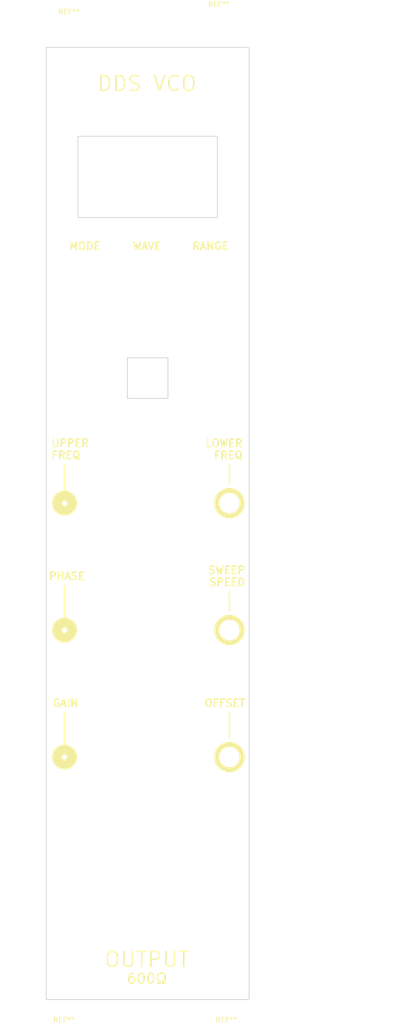
<source format=kicad_pcb>
(kicad_pcb (version 20171130) (host pcbnew "(5.0.0)")

  (general
    (thickness 1.6)
    (drawings 48)
    (tracks 0)
    (zones 0)
    (modules 15)
    (nets 1)
  )

  (page A4 portrait)
  (layers
    (0 F.Cu signal)
    (31 B.Cu power)
    (32 B.Adhes user)
    (33 F.Adhes user)
    (34 B.Paste user)
    (35 F.Paste user)
    (36 B.SilkS user)
    (37 F.SilkS user)
    (38 B.Mask user)
    (39 F.Mask user)
    (40 Dwgs.User user)
    (41 Cmts.User user)
    (42 Eco1.User user)
    (43 Eco2.User user)
    (44 Edge.Cuts user)
    (45 Margin user)
    (46 B.CrtYd user)
    (47 F.CrtYd user)
    (48 B.Fab user)
    (49 F.Fab user)
  )

  (setup
    (last_trace_width 0.25)
    (user_trace_width 0.25)
    (user_trace_width 0.5)
    (user_trace_width 0.75)
    (user_trace_width 1)
    (trace_clearance 0.2)
    (zone_clearance 0.508)
    (zone_45_only no)
    (trace_min 0.2)
    (segment_width 0.15)
    (edge_width 0.15)
    (via_size 0.8)
    (via_drill 0.4)
    (via_min_size 0.4)
    (via_min_drill 0.3)
    (uvia_size 0.3)
    (uvia_drill 0.1)
    (uvias_allowed no)
    (uvia_min_size 0.2)
    (uvia_min_drill 0.1)
    (pcb_text_width 0.3)
    (pcb_text_size 1.5 1.5)
    (mod_edge_width 0.15)
    (mod_text_size 0.5 0.5)
    (mod_text_width 0.05)
    (pad_size 10 10)
    (pad_drill 10)
    (pad_to_mask_clearance 0.2)
    (aux_axis_origin 0 0)
    (visible_elements 7FFFFFFF)
    (pcbplotparams
      (layerselection 0x010a0_7ffffffe)
      (usegerberextensions false)
      (usegerberattributes false)
      (usegerberadvancedattributes false)
      (creategerberjobfile false)
      (excludeedgelayer true)
      (linewidth 0.100000)
      (plotframeref false)
      (viasonmask false)
      (mode 1)
      (useauxorigin false)
      (hpglpennumber 1)
      (hpglpenspeed 20)
      (hpglpendiameter 15.000000)
      (psnegative false)
      (psa4output false)
      (plotreference true)
      (plotvalue true)
      (plotinvisibletext false)
      (padsonsilk false)
      (subtractmaskfromsilk false)
      (outputformat 1)
      (mirror false)
      (drillshape 0)
      (scaleselection 1)
      (outputdirectory "../docs/GERBERS/FrontPanel/"))
  )

  (net 0 "")

  (net_class Default "This is the default net class."
    (clearance 0.2)
    (trace_width 0.25)
    (via_dia 0.8)
    (via_drill 0.4)
    (uvia_dia 0.3)
    (uvia_drill 0.1)
  )

  (module MountingHole:MountingHole_4.3mm_M4_ISO14580 (layer F.Cu) (tedit 5BD340C7) (tstamp 5BD35639)
    (at 108.6358 88.1634)
    (descr "Mounting Hole 4.3mm, no annular, M4, ISO14580")
    (tags "mounting hole 4.3mm no annular m4 iso14580")
    (attr virtual)
    (fp_text reference REF** (at 0 -4.5) (layer F.SilkS) hide
      (effects (font (size 1 1) (thickness 0.15)))
    )
    (fp_text value MountingHole_4.3mm_M4_ISO14580 (at 0 4.5) (layer F.Fab)
      (effects (font (size 1 1) (thickness 0.15)))
    )
    (fp_circle (center 0 0) (end 3.75 0) (layer F.CrtYd) (width 0.05))
    (fp_circle (center 0 0) (end 3.5 0) (layer Cmts.User) (width 0.15))
    (fp_text user %R (at 0.3 0) (layer F.Fab)
      (effects (font (size 1 1) (thickness 0.15)))
    )
    (pad 1 np_thru_hole circle (at 0 0) (size 4.3 4.3) (drill 4.3) (layers *.Cu *.Mask))
  )

  (module MountingHole:MountingHole_4.3mm_M4_ISO14580 (layer F.Cu) (tedit 5BD340C4) (tstamp 5BD3564E)
    (at 96.2152 88.1634)
    (descr "Mounting Hole 4.3mm, no annular, M4, ISO14580")
    (tags "mounting hole 4.3mm no annular m4 iso14580")
    (attr virtual)
    (fp_text reference REF** (at 0 -4.5) (layer F.SilkS) hide
      (effects (font (size 1 1) (thickness 0.15)))
    )
    (fp_text value MountingHole_4.3mm_M4_ISO14580 (at 0 4.5) (layer F.Fab)
      (effects (font (size 1 1) (thickness 0.15)))
    )
    (fp_text user %R (at 0.3 0) (layer F.Fab)
      (effects (font (size 1 1) (thickness 0.15)))
    )
    (fp_circle (center 0 0) (end 3.5 0) (layer Cmts.User) (width 0.15))
    (fp_circle (center 0 0) (end 3.75 0) (layer F.CrtYd) (width 0.05))
    (pad 1 np_thru_hole circle (at 0 0) (size 4.3 4.3) (drill 4.3) (layers *.Cu *.Mask))
  )

  (module MountingHole:MountingHole_8.4mm_M8 (layer F.Cu) (tedit 5BD33F52) (tstamp 5BD359D4)
    (at 96.139 210.82)
    (descr "Mounting Hole 8.4mm, no annular, M8")
    (tags "mounting hole 8.4mm no annular m8")
    (attr virtual)
    (fp_text reference REF** (at 0 -9.4) (layer F.SilkS) hide
      (effects (font (size 1 1) (thickness 0.15)))
    )
    (fp_text value MountingHole_8.4mm_M8 (at 0 9.4) (layer F.Fab)
      (effects (font (size 1 1) (thickness 0.15)))
    )
    (fp_text user %R (at 0.3 0) (layer F.Fab)
      (effects (font (size 1 1) (thickness 0.15)))
    )
    (fp_circle (center 0 0) (end 8.4 0) (layer Cmts.User) (width 0.15))
    (fp_circle (center 0 0) (end 8.65 0) (layer F.CrtYd) (width 0.05))
    (pad "" np_thru_hole circle (at 0 0) (size 10 10) (drill 10) (layers *.Cu *.Mask))
  )

  (module MountingHole:MountingHole_8.4mm_M8 (layer F.Cu) (tedit 5BD33F44) (tstamp 5BD35663)
    (at 96.139 132.461)
    (descr "Mounting Hole 8.4mm, no annular, M8")
    (tags "mounting hole 8.4mm no annular m8")
    (attr virtual)
    (fp_text reference REF** (at 0 -9.4) (layer F.SilkS) hide
      (effects (font (size 1 1) (thickness 0.15)))
    )
    (fp_text value MountingHole_8.4mm_M8 (at 0 9.4) (layer F.Fab)
      (effects (font (size 1 1) (thickness 0.15)))
    )
    (fp_circle (center 0 0) (end 8.65 0) (layer F.CrtYd) (width 0.05))
    (fp_circle (center 0 0) (end 8.4 0) (layer Cmts.User) (width 0.15))
    (fp_text user %R (at 0.3 0) (layer F.Fab)
      (effects (font (size 1 1) (thickness 0.15)))
    )
    (pad "" np_thru_hole circle (at 0 0) (size 10 10) (drill 10) (layers *.Cu *.Mask))
  )

  (module MountingHole:MountingHole_8.4mm_M8 (layer F.Cu) (tedit 5BD33F49) (tstamp 5BD35678)
    (at 96.139 157.861)
    (descr "Mounting Hole 8.4mm, no annular, M8")
    (tags "mounting hole 8.4mm no annular m8")
    (attr virtual)
    (fp_text reference REF** (at 0 -9.4) (layer F.SilkS) hide
      (effects (font (size 1 1) (thickness 0.15)))
    )
    (fp_text value MountingHole_8.4mm_M8 (at 0 9.4) (layer F.Fab)
      (effects (font (size 1 1) (thickness 0.15)))
    )
    (fp_text user %R (at 0.3 0) (layer F.Fab)
      (effects (font (size 1 1) (thickness 0.15)))
    )
    (fp_circle (center 0 0) (end 8.4 0) (layer Cmts.User) (width 0.15))
    (fp_circle (center 0 0) (end 8.65 0) (layer F.CrtYd) (width 0.05))
    (pad "" np_thru_hole circle (at 0 0) (size 10 10) (drill 10) (layers *.Cu *.Mask))
  )

  (module MountingHole:MountingHole_2.2mm_M2_ISO7380 (layer F.Cu) (tedit 5BCA42AC) (tstamp 5BD356A2)
    (at 79.575681 94.324698)
    (descr "Mounting Hole 2.2mm, no annular, M2, ISO7380")
    (tags "mounting hole 2.2mm no annular m2 iso7380")
    (attr virtual)
    (fp_text reference REF** (at 0 -2.75) (layer F.SilkS) hide
      (effects (font (size 0.5 0.5) (thickness 0.05)))
    )
    (fp_text value MountingHole_2.2mm_M2_ISO7380 (at 0 2.75) (layer F.Fab)
      (effects (font (size 1 1) (thickness 0.15)))
    )
    (fp_circle (center 0 0) (end 2 0) (layer F.CrtYd) (width 0.05))
    (fp_circle (center 0 0) (end 1.75 0) (layer Cmts.User) (width 0.15))
    (fp_text user %R (at 0.3 0) (layer F.Fab)
      (effects (font (size 1 1) (thickness 0.15)))
    )
    (pad 1 np_thru_hole circle (at 0 0) (size 2.2 2.2) (drill 2.2) (layers *.Cu *.Mask))
  )

  (module MountingHole:MountingHole_2.2mm_M2_ISO7380 (layer F.Cu) (tedit 5BCA42B1) (tstamp 5BD356B7)
    (at 112.595681 94.324698)
    (descr "Mounting Hole 2.2mm, no annular, M2, ISO7380")
    (tags "mounting hole 2.2mm no annular m2 iso7380")
    (attr virtual)
    (fp_text reference REF** (at 0 -2.75) (layer F.SilkS) hide
      (effects (font (size 0.5 0.5) (thickness 0.05)))
    )
    (fp_text value MountingHole_2.2mm_M2_ISO7380 (at 0 2.75) (layer F.Fab)
      (effects (font (size 1 1) (thickness 0.15)))
    )
    (fp_text user %R (at 0.3 0) (layer F.Fab)
      (effects (font (size 1 1) (thickness 0.15)))
    )
    (fp_circle (center 0 0) (end 1.75 0) (layer Cmts.User) (width 0.15))
    (fp_circle (center 0 0) (end 2 0) (layer F.CrtYd) (width 0.05))
    (pad 1 np_thru_hole circle (at 0 0) (size 2.2 2.2) (drill 2.2) (layers *.Cu *.Mask))
  )

  (module MountingHole:MountingHole_2.2mm_M2_ISO7380 (layer F.Cu) (tedit 5BCA42A7) (tstamp 5BD356CC)
    (at 112.595681 54.954698)
    (descr "Mounting Hole 2.2mm, no annular, M2, ISO7380")
    (tags "mounting hole 2.2mm no annular m2 iso7380")
    (attr virtual)
    (fp_text reference REF** (at 0 -2.75) (layer F.SilkS) hide
      (effects (font (size 0.5 0.5) (thickness 0.05)))
    )
    (fp_text value MountingHole_2.2mm_M2_ISO7380 (at 0 2.75) (layer F.Fab)
      (effects (font (size 1 1) (thickness 0.15)))
    )
    (fp_circle (center 0 0) (end 2 0) (layer F.CrtYd) (width 0.05))
    (fp_circle (center 0 0) (end 1.75 0) (layer Cmts.User) (width 0.15))
    (fp_text user %R (at 0.3 0) (layer F.Fab)
      (effects (font (size 1 1) (thickness 0.15)))
    )
    (pad 1 np_thru_hole circle (at 0 0) (size 2.2 2.2) (drill 2.2) (layers *.Cu *.Mask))
  )

  (module MountingHole:MountingHole_2.2mm_M2_ISO7380 (layer F.Cu) (tedit 5BCA42A3) (tstamp 5BD356E1)
    (at 79.575681 54.954698)
    (descr "Mounting Hole 2.2mm, no annular, M2, ISO7380")
    (tags "mounting hole 2.2mm no annular m2 iso7380")
    (attr virtual)
    (fp_text reference REF** (at 0 -2.75) (layer F.SilkS) hide
      (effects (font (size 0.5 0.5) (thickness 0.05)))
    )
    (fp_text value MountingHole_2.2mm_M2_ISO7380 (at 0 2.75) (layer F.Fab)
      (effects (font (size 1 1) (thickness 0.15)))
    )
    (fp_text user %R (at 0.3 0) (layer F.Fab)
      (effects (font (size 1 1) (thickness 0.15)))
    )
    (fp_circle (center 0 0) (end 1.75 0) (layer Cmts.User) (width 0.15))
    (fp_circle (center 0 0) (end 2 0) (layer F.CrtYd) (width 0.05))
    (pad 1 np_thru_hole circle (at 0 0) (size 2.2 2.2) (drill 2.2) (layers *.Cu *.Mask))
  )

  (module MountingHole:MountingHole_3.2mm_M3_ISO14580 (layer F.Cu) (tedit 56D1B4CB) (tstamp 5BD35597)
    (at 111.379 228.473)
    (descr "Mounting Hole 3.2mm, no annular, M3, ISO14580")
    (tags "mounting hole 3.2mm no annular m3 iso14580")
    (attr virtual)
    (fp_text reference REF** (at 0.508 7.112) (layer F.SilkS)
      (effects (font (size 1 1) (thickness 0.15)))
    )
    (fp_text value MountingHole_3.2mm_M3_ISO14580 (at 0 3.75) (layer F.Fab)
      (effects (font (size 1 1) (thickness 0.15)))
    )
    (fp_text user %R (at 0.3 0) (layer F.Fab)
      (effects (font (size 1 1) (thickness 0.15)))
    )
    (fp_circle (center 0 0) (end 2.75 0) (layer Cmts.User) (width 0.15))
    (fp_circle (center 0 0) (end 3 0) (layer F.CrtYd) (width 0.05))
    (pad 1 np_thru_hole circle (at 0 0) (size 3.2 3.2) (drill 3.2) (layers *.Cu *.Mask))
  )

  (module MountingHole:MountingHole_3.2mm_M3_ISO14580 (layer F.Cu) (tedit 56D1B4CB) (tstamp 5BD355AC)
    (at 80.899 228.473)
    (descr "Mounting Hole 3.2mm, no annular, M3, ISO14580")
    (tags "mounting hole 3.2mm no annular m3 iso14580")
    (attr virtual)
    (fp_text reference REF** (at -1.524 7.112) (layer F.SilkS)
      (effects (font (size 1 1) (thickness 0.15)))
    )
    (fp_text value MountingHole_3.2mm_M3_ISO14580 (at 0 3.75) (layer F.Fab)
      (effects (font (size 1 1) (thickness 0.15)))
    )
    (fp_circle (center 0 0) (end 3 0) (layer F.CrtYd) (width 0.05))
    (fp_circle (center 0 0) (end 2.75 0) (layer Cmts.User) (width 0.15))
    (fp_text user %R (at 0.3 0) (layer F.Fab)
      (effects (font (size 1 1) (thickness 0.15)))
    )
    (pad 1 np_thru_hole circle (at 0 0) (size 3.2 3.2) (drill 3.2) (layers *.Cu *.Mask))
  )

  (module MountingHole:MountingHole_3.2mm_M3_ISO14580 (layer F.Cu) (tedit 56D1B4CB) (tstamp 5BD355D6)
    (at 111.379 44.069)
    (descr "Mounting Hole 3.2mm, no annular, M3, ISO14580")
    (tags "mounting hole 3.2mm no annular m3 iso14580")
    (attr virtual)
    (fp_text reference REF** (at -1.016 -11.684) (layer F.SilkS)
      (effects (font (size 1 1) (thickness 0.15)))
    )
    (fp_text value MountingHole_3.2mm_M3_ISO14580 (at 0 3.75) (layer F.Fab)
      (effects (font (size 1 1) (thickness 0.15)))
    )
    (fp_text user %R (at 0.3 0) (layer F.Fab)
      (effects (font (size 1 1) (thickness 0.15)))
    )
    (fp_circle (center 0 0) (end 2.75 0) (layer Cmts.User) (width 0.15))
    (fp_circle (center 0 0) (end 3 0) (layer F.CrtYd) (width 0.05))
    (pad 1 np_thru_hole circle (at 0 0) (size 3.2 3.2) (drill 3.2) (layers *.Cu *.Mask))
  )

  (module MountingHole:MountingHole_3.2mm_M3_ISO14580 (layer F.Cu) (tedit 56D1B4CB) (tstamp 5BD355C1)
    (at 80.899 44.069)
    (descr "Mounting Hole 3.2mm, no annular, M3, ISO14580")
    (tags "mounting hole 3.2mm no annular m3 iso14580")
    (attr virtual)
    (fp_text reference REF** (at -0.508 -10.16) (layer F.SilkS)
      (effects (font (size 1 1) (thickness 0.15)))
    )
    (fp_text value MountingHole_3.2mm_M3_ISO14580 (at 0 3.75) (layer F.Fab)
      (effects (font (size 1 1) (thickness 0.15)))
    )
    (fp_circle (center 0 0) (end 3 0) (layer F.CrtYd) (width 0.05))
    (fp_circle (center 0 0) (end 2.75 0) (layer Cmts.User) (width 0.15))
    (fp_text user %R (at 0.3 0) (layer F.Fab)
      (effects (font (size 1 1) (thickness 0.15)))
    )
    (pad 1 np_thru_hole circle (at 0 0) (size 3.2 3.2) (drill 3.2) (layers *.Cu *.Mask))
  )

  (module MountingHole:MountingHole_8.4mm_M8 (layer F.Cu) (tedit 5BD33F4D) (tstamp 5BD3568D)
    (at 96.139 183.261)
    (descr "Mounting Hole 8.4mm, no annular, M8")
    (tags "mounting hole 8.4mm no annular m8")
    (attr virtual)
    (fp_text reference REF** (at 0 -9.4) (layer F.SilkS) hide
      (effects (font (size 1 1) (thickness 0.15)))
    )
    (fp_text value MountingHole_8.4mm_M8 (at 0 9.4) (layer F.Fab)
      (effects (font (size 1 1) (thickness 0.15)))
    )
    (fp_circle (center 0 0) (end 8.65 0) (layer F.CrtYd) (width 0.05))
    (fp_circle (center 0 0) (end 8.4 0) (layer Cmts.User) (width 0.15))
    (fp_text user %R (at 0.3 0) (layer F.Fab)
      (effects (font (size 1 1) (thickness 0.15)))
    )
    (pad "" np_thru_hole circle (at 0 0) (size 10 10) (drill 10) (layers *.Cu *.Mask))
  )

  (module MountingHole:MountingHole_4.3mm_M4_ISO14580 (layer F.Cu) (tedit 5BD340C0) (tstamp 5BD35624)
    (at 83.5152 88.1634)
    (descr "Mounting Hole 4.3mm, no annular, M4, ISO14580")
    (tags "mounting hole 4.3mm no annular m4 iso14580")
    (attr virtual)
    (fp_text reference REF** (at 0 -4.5) (layer F.SilkS) hide
      (effects (font (size 1 1) (thickness 0.15)))
    )
    (fp_text value MountingHole_4.3mm_M4_ISO14580 (at 0 4.5) (layer F.Fab)
      (effects (font (size 1 1) (thickness 0.15)))
    )
    (fp_circle (center 0 0) (end 3.75 0) (layer F.CrtYd) (width 0.05))
    (fp_circle (center 0 0) (end 3.5 0) (layer Cmts.User) (width 0.15))
    (fp_text user %R (at 0.3 0) (layer F.Fab)
      (effects (font (size 1 1) (thickness 0.15)))
    )
    (pad 1 np_thru_hole circle (at 0 0) (size 4.3 4.3) (drill 4.3) (layers *.Cu *.Mask))
  )

  (gr_text "DDS VCO" (at 96.012 48.26) (layer F.SilkS)
    (effects (font (size 3 3) (thickness 0.3)))
  )
  (gr_text 600Ω (at 96.012 227.33) (layer F.SilkS)
    (effects (font (size 2 2) (thickness 0.3)))
  )
  (gr_circle (center 112.522 132.207) (end 115.062 132.207) (layer F.SilkS) (width 1) (tstamp 5BD3558B))
  (gr_circle (center 112.522 183.007) (end 115.062 183.007) (layer F.SilkS) (width 1) (tstamp 5BD3558E))
  (gr_line (start 112.522 124.587) (end 112.522 128.397) (layer F.SilkS) (width 0.3) (tstamp 5BD355E5))
  (gr_line (start 79.502 124.587) (end 79.502 129.667) (layer F.SilkS) (width 0.3) (tstamp 5BD355E8))
  (gr_line (start 112.522 149.987) (end 112.522 153.797) (layer F.SilkS) (width 0.3) (tstamp 5BD355EB))
  (gr_line (start 79.502 148.717) (end 79.502 155.067) (layer F.SilkS) (width 0.3) (tstamp 5BD355EE))
  (gr_line (start 79.502 174.117) (end 79.502 180.467) (layer F.SilkS) (width 0.3) (tstamp 5BD355F1))
  (gr_line (start 112.522 174.117) (end 112.522 179.197) (layer F.SilkS) (width 0.3) (tstamp 5BD355F4))
  (gr_circle (center 79.502 183.007) (end 80.002 183.007) (layer F.SilkS) (width 2) (tstamp 5BD355F7))
  (gr_circle (center 79.502 132.207) (end 80.002 132.207) (layer F.SilkS) (width 2) (tstamp 5BD355FA))
  (gr_circle (center 79.502 157.607) (end 80.002 157.607) (layer F.SilkS) (width 2) (tstamp 5BD355FD))
  (gr_circle (center 112.522 157.607) (end 115.062 157.607) (layer F.SilkS) (width 1) (tstamp 5BD35585))
  (gr_text RANGE (at 108.712 80.772) (layer F.SilkS) (tstamp 5BD35600)
    (effects (font (size 1.5 1.5) (thickness 0.3)))
  )
  (gr_text WAVE (at 96.012 80.772) (layer F.SilkS) (tstamp 5BD35603)
    (effects (font (size 1.5 1.5) (thickness 0.3)))
  )
  (gr_text MODE (at 83.566 80.772) (layer F.SilkS) (tstamp 5BD35618)
    (effects (font (size 1.5 1.5) (thickness 0.3)))
  )
  (gr_text OFFSET (at 115.824 172.212) (layer F.SilkS) (tstamp 5BD35615)
    (effects (font (size 1.5 1.5) (thickness 0.3)) (justify right))
  )
  (gr_text GAIN (at 76.962 172.212) (layer F.SilkS) (tstamp 5BD35612)
    (effects (font (size 1.5 1.5) (thickness 0.3)) (justify left))
  )
  (gr_text OUTPUT (at 96.012 223.52) (layer F.SilkS) (tstamp 5BD3560F)
    (effects (font (size 3 3) (thickness 0.3)))
  )
  (gr_text "SWEEP\nSPEED" (at 115.824 146.812) (layer F.SilkS) (tstamp 5BD3560C)
    (effects (font (size 1.5 1.5) (thickness 0.3)) (justify right))
  )
  (gr_text PHASE (at 76.2 146.812) (layer F.SilkS) (tstamp 5BD3561B)
    (effects (font (size 1.5 1.5) (thickness 0.3)) (justify left))
  )
  (gr_text "LOWER\nFREQ" (at 115.316 121.412) (layer F.SilkS) (tstamp 5BD35609)
    (effects (font (size 1.5 1.5) (thickness 0.3)) (justify right))
  )
  (gr_text "UPPER\nFREQ" (at 76.708 121.412) (layer F.SilkS) (tstamp 5BD35606)
    (effects (font (size 1.5 1.5) (thickness 0.3)) (justify left))
  )
  (gr_line (start 149.4155 90.424) (end 72.39 90.424) (layer Dwgs.User) (width 0.15))
  (gr_line (start 149.4155 85.9155) (end 72.136 85.9155) (layer Dwgs.User) (width 0.15))
  (gr_line (start 148.717 54.991) (end 73.406 54.991) (layer Dwgs.User) (width 0.15))
  (gr_line (start 148.844 94.361) (end 74.041 94.361) (layer Dwgs.User) (width 0.15))
  (gr_line (start 116.459 137.16) (end 75.819 137.16) (layer Dwgs.User) (width 0.15) (tstamp 5BD35726))
  (gr_line (start 92.075 103.124) (end 92.075 111.252) (layer Edge.Cuts) (width 0.15) (tstamp 5BD35708))
  (gr_line (start 100.203 103.124) (end 92.075 103.124) (layer Edge.Cuts) (width 0.15) (tstamp 5BD3570B))
  (gr_line (start 100.203 111.252) (end 100.203 103.124) (layer Edge.Cuts) (width 0.15) (tstamp 5BD35711))
  (gr_line (start 92.075 111.252) (end 100.203 111.252) (layer Edge.Cuts) (width 0.15) (tstamp 5BD3570E))
  (gr_line (start 116.459 213.995) (end 75.819 213.995) (layer Dwgs.User) (width 0.15) (tstamp 5BD35714))
  (gr_line (start 116.459 203.454) (end 75.819 203.454) (layer Dwgs.User) (width 0.15) (tstamp 5BD35717))
  (gr_line (start 116.459 187.96) (end 75.819 187.96) (layer Dwgs.User) (width 0.15) (tstamp 5BD3571A))
  (gr_line (start 116.459 178.562) (end 75.819 178.562) (layer Dwgs.User) (width 0.15) (tstamp 5BD3571D))
  (gr_line (start 116.459 162.56) (end 75.819 162.56) (layer Dwgs.User) (width 0.15) (tstamp 5BD35720))
  (gr_line (start 116.459 153.162) (end 75.819 153.162) (layer Dwgs.User) (width 0.15) (tstamp 5BD35723))
  (gr_line (start 116.459 127.762) (end 75.819 127.762) (layer Dwgs.User) (width 0.15) (tstamp 5BD35729))
  (gr_line (start 110.109 58.801) (end 82.169 58.801) (layer Edge.Cuts) (width 0.15) (tstamp 5BD3572C))
  (gr_line (start 110.109 75.057) (end 110.109 58.801) (layer Edge.Cuts) (width 0.15) (tstamp 5BD3572F))
  (gr_line (start 82.169 75.057) (end 110.109 75.057) (layer Edge.Cuts) (width 0.15) (tstamp 5BD35732))
  (gr_line (start 82.169 58.801) (end 82.169 75.057) (layer Edge.Cuts) (width 0.15) (tstamp 5BD35735))
  (gr_line (start 75.819 41.021) (end 116.459 41.021) (layer Edge.Cuts) (width 0.15) (tstamp 5BD35738))
  (gr_line (start 75.819 231.521) (end 116.459 231.521) (layer Edge.Cuts) (width 0.15) (tstamp 5BD3573B))
  (gr_line (start 75.819 231.521) (end 75.819 41.021) (layer Edge.Cuts) (width 0.15) (tstamp 5BD3573E))
  (gr_line (start 116.459 231.521) (end 116.459 41.021) (layer Edge.Cuts) (width 0.15) (tstamp 5BD35741))

)

</source>
